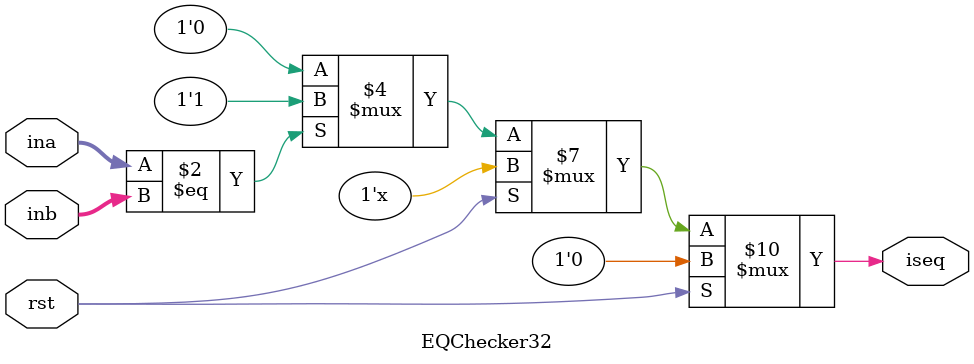
<source format=v>
module EQChecker32( ina, inb, iseq, rst );
  input[31:0] ina, inb;
  input rst;
  output iseq;
  reg iseq;
  
  always@( ina or inb or rst )
  begin
    if( rst )
      iseq = 1'b0;
    else
    begin  
      if( ina == inb )
        iseq = 1'b1;
      else
        iseq = 1'b0;
    end
  end

  
endmodule
</source>
